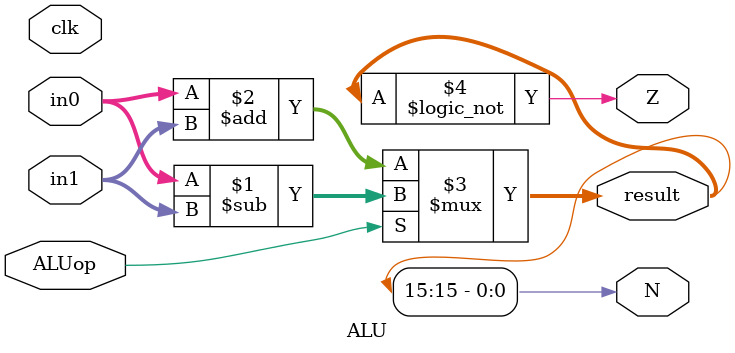
<source format=sv>

module ALU
(
	input clk,
	input [15:0] in0,
	input [15:0] in1,
	input ALUop, // 0 is +, 1 is -
	
	output logic [15:0] result,
	output logic N,
	output logic Z
);

assign result = (ALUop) ? (in0 - in1) : (in0 + in1);
assign N = result[15];
assign Z = (result == 16'd0);

endmodule
</source>
